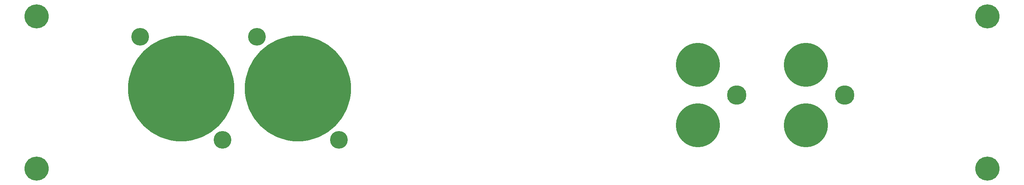
<source format=gbr>
%TF.GenerationSoftware,KiCad,Pcbnew,7.0.5-0*%
%TF.CreationDate,2024-02-04T17:42:31+01:00*%
%TF.ProjectId,Frontpanel,46726f6e-7470-4616-9e65-6c2e6b696361,rev?*%
%TF.SameCoordinates,Original*%
%TF.FileFunction,Soldermask,Bot*%
%TF.FilePolarity,Negative*%
%FSLAX46Y46*%
G04 Gerber Fmt 4.6, Leading zero omitted, Abs format (unit mm)*
G04 Created by KiCad (PCBNEW 7.0.5-0) date 2024-02-04 17:42:31*
%MOMM*%
%LPD*%
G01*
G04 APERTURE LIST*
%ADD10C,10.200000*%
%ADD11C,4.500000*%
%ADD12C,4.100000*%
%ADD13C,24.600000*%
%ADD14C,5.600000*%
G04 APERTURE END LIST*
D10*
%TO.C,J4*%
X208500000Y-86300000D03*
X208500000Y-100300000D03*
D11*
X217500000Y-93300000D03*
%TD*%
D10*
%TO.C,J3*%
X183500000Y-86300000D03*
X183500000Y-100300000D03*
D11*
X192500000Y-93300000D03*
%TD*%
D12*
%TO.C,J2*%
X81500000Y-79750000D03*
D13*
X91000000Y-91750000D03*
D12*
X100500000Y-103750000D03*
%TD*%
%TO.C,J1*%
X54500000Y-79750000D03*
D13*
X64000000Y-91750000D03*
D12*
X73500000Y-103750000D03*
%TD*%
D14*
%TO.C,H4*%
X250500000Y-110400000D03*
%TD*%
%TO.C,H1*%
X30500000Y-110400000D03*
%TD*%
%TO.C,H2*%
X30500000Y-75000000D03*
%TD*%
%TO.C,H3*%
X250500000Y-75000000D03*
%TD*%
M02*

</source>
